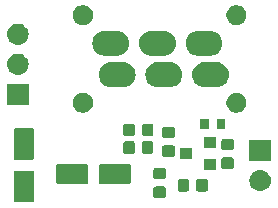
<source format=gbr>
G04 #@! TF.GenerationSoftware,KiCad,Pcbnew,(5.1.4)-1*
G04 #@! TF.CreationDate,2020-03-11T16:36:07-04:00*
G04 #@! TF.ProjectId,MicSwitchBoard,4d696353-7769-4746-9368-426f6172642e,rev?*
G04 #@! TF.SameCoordinates,Original*
G04 #@! TF.FileFunction,Soldermask,Bot*
G04 #@! TF.FilePolarity,Negative*
%FSLAX46Y46*%
G04 Gerber Fmt 4.6, Leading zero omitted, Abs format (unit mm)*
G04 Created by KiCad (PCBNEW (5.1.4)-1) date 2020-03-11 16:36:07*
%MOMM*%
%LPD*%
G04 APERTURE LIST*
%ADD10C,0.100000*%
G04 APERTURE END LIST*
D10*
G36*
X117205997Y-76953051D02*
G01*
X117239652Y-76963261D01*
X117270665Y-76979838D01*
X117297851Y-77002149D01*
X117320162Y-77029335D01*
X117336739Y-77060348D01*
X117346949Y-77094003D01*
X117351000Y-77135138D01*
X117351000Y-79464862D01*
X117346949Y-79505997D01*
X117336739Y-79539652D01*
X117320162Y-79570665D01*
X117297851Y-79597851D01*
X117270665Y-79620162D01*
X117239652Y-79636739D01*
X117205997Y-79646949D01*
X117164862Y-79651000D01*
X115835138Y-79651000D01*
X115794003Y-79646949D01*
X115760348Y-79636739D01*
X115729335Y-79620162D01*
X115702149Y-79597851D01*
X115679838Y-79570665D01*
X115663261Y-79539652D01*
X115653051Y-79505997D01*
X115649000Y-79464862D01*
X115649000Y-77135138D01*
X115653051Y-77094003D01*
X115663261Y-77060348D01*
X115679838Y-77029335D01*
X115702149Y-77002149D01*
X115729335Y-76979838D01*
X115760348Y-76963261D01*
X115794003Y-76953051D01*
X115835138Y-76949000D01*
X117164862Y-76949000D01*
X117205997Y-76953051D01*
X117205997Y-76953051D01*
G37*
G36*
X128379591Y-78303085D02*
G01*
X128413569Y-78313393D01*
X128444890Y-78330134D01*
X128472339Y-78352661D01*
X128494866Y-78380110D01*
X128511607Y-78411431D01*
X128521915Y-78445409D01*
X128526000Y-78486890D01*
X128526000Y-79088110D01*
X128521915Y-79129591D01*
X128511607Y-79163569D01*
X128494866Y-79194890D01*
X128472339Y-79222339D01*
X128444890Y-79244866D01*
X128413569Y-79261607D01*
X128379591Y-79271915D01*
X128338110Y-79276000D01*
X127661890Y-79276000D01*
X127620409Y-79271915D01*
X127586431Y-79261607D01*
X127555110Y-79244866D01*
X127527661Y-79222339D01*
X127505134Y-79194890D01*
X127488393Y-79163569D01*
X127478085Y-79129591D01*
X127474000Y-79088110D01*
X127474000Y-78486890D01*
X127478085Y-78445409D01*
X127488393Y-78411431D01*
X127505134Y-78380110D01*
X127527661Y-78352661D01*
X127555110Y-78330134D01*
X127586431Y-78313393D01*
X127620409Y-78303085D01*
X127661890Y-78299000D01*
X128338110Y-78299000D01*
X128379591Y-78303085D01*
X128379591Y-78303085D01*
G37*
G36*
X130354591Y-77678085D02*
G01*
X130388569Y-77688393D01*
X130419890Y-77705134D01*
X130447339Y-77727661D01*
X130469866Y-77755110D01*
X130486607Y-77786431D01*
X130496915Y-77820409D01*
X130501000Y-77861890D01*
X130501000Y-78538110D01*
X130496915Y-78579591D01*
X130486607Y-78613569D01*
X130469866Y-78644890D01*
X130447339Y-78672339D01*
X130419890Y-78694866D01*
X130388569Y-78711607D01*
X130354591Y-78721915D01*
X130313110Y-78726000D01*
X129711890Y-78726000D01*
X129670409Y-78721915D01*
X129636431Y-78711607D01*
X129605110Y-78694866D01*
X129577661Y-78672339D01*
X129555134Y-78644890D01*
X129538393Y-78613569D01*
X129528085Y-78579591D01*
X129524000Y-78538110D01*
X129524000Y-77861890D01*
X129528085Y-77820409D01*
X129538393Y-77786431D01*
X129555134Y-77755110D01*
X129577661Y-77727661D01*
X129605110Y-77705134D01*
X129636431Y-77688393D01*
X129670409Y-77678085D01*
X129711890Y-77674000D01*
X130313110Y-77674000D01*
X130354591Y-77678085D01*
X130354591Y-77678085D01*
G37*
G36*
X131929591Y-77678085D02*
G01*
X131963569Y-77688393D01*
X131994890Y-77705134D01*
X132022339Y-77727661D01*
X132044866Y-77755110D01*
X132061607Y-77786431D01*
X132071915Y-77820409D01*
X132076000Y-77861890D01*
X132076000Y-78538110D01*
X132071915Y-78579591D01*
X132061607Y-78613569D01*
X132044866Y-78644890D01*
X132022339Y-78672339D01*
X131994890Y-78694866D01*
X131963569Y-78711607D01*
X131929591Y-78721915D01*
X131888110Y-78726000D01*
X131286890Y-78726000D01*
X131245409Y-78721915D01*
X131211431Y-78711607D01*
X131180110Y-78694866D01*
X131152661Y-78672339D01*
X131130134Y-78644890D01*
X131113393Y-78613569D01*
X131103085Y-78579591D01*
X131099000Y-78538110D01*
X131099000Y-77861890D01*
X131103085Y-77820409D01*
X131113393Y-77786431D01*
X131130134Y-77755110D01*
X131152661Y-77727661D01*
X131180110Y-77705134D01*
X131211431Y-77688393D01*
X131245409Y-77678085D01*
X131286890Y-77674000D01*
X131888110Y-77674000D01*
X131929591Y-77678085D01*
X131929591Y-77678085D01*
G37*
G36*
X136610443Y-76895519D02*
G01*
X136676627Y-76902037D01*
X136846466Y-76953557D01*
X136846468Y-76953558D01*
X136875812Y-76969243D01*
X137002991Y-77037222D01*
X137031170Y-77060348D01*
X137140186Y-77149814D01*
X137193630Y-77214937D01*
X137252778Y-77287009D01*
X137336443Y-77443534D01*
X137387963Y-77613373D01*
X137405359Y-77790000D01*
X137387963Y-77966627D01*
X137336443Y-78136466D01*
X137252778Y-78292991D01*
X137244494Y-78303085D01*
X137140186Y-78430186D01*
X137038729Y-78513448D01*
X137002991Y-78542778D01*
X136846466Y-78626443D01*
X136676627Y-78677963D01*
X136610443Y-78684481D01*
X136544260Y-78691000D01*
X136455740Y-78691000D01*
X136389557Y-78684481D01*
X136323373Y-78677963D01*
X136153534Y-78626443D01*
X135997009Y-78542778D01*
X135961271Y-78513448D01*
X135859814Y-78430186D01*
X135755506Y-78303085D01*
X135747222Y-78292991D01*
X135663557Y-78136466D01*
X135612037Y-77966627D01*
X135594641Y-77790000D01*
X135612037Y-77613373D01*
X135663557Y-77443534D01*
X135747222Y-77287009D01*
X135806370Y-77214937D01*
X135859814Y-77149814D01*
X135968830Y-77060348D01*
X135997009Y-77037222D01*
X136124188Y-76969243D01*
X136153532Y-76953558D01*
X136153534Y-76953557D01*
X136323373Y-76902037D01*
X136389557Y-76895519D01*
X136455740Y-76889000D01*
X136544260Y-76889000D01*
X136610443Y-76895519D01*
X136610443Y-76895519D01*
G37*
G36*
X125405997Y-76403051D02*
G01*
X125439652Y-76413261D01*
X125470665Y-76429838D01*
X125497851Y-76452149D01*
X125520162Y-76479335D01*
X125536739Y-76510348D01*
X125546949Y-76544003D01*
X125551000Y-76585138D01*
X125551000Y-77914862D01*
X125546949Y-77955997D01*
X125536739Y-77989652D01*
X125520162Y-78020665D01*
X125497851Y-78047851D01*
X125470665Y-78070162D01*
X125439652Y-78086739D01*
X125405997Y-78096949D01*
X125364862Y-78101000D01*
X123035138Y-78101000D01*
X122994003Y-78096949D01*
X122960348Y-78086739D01*
X122929335Y-78070162D01*
X122902149Y-78047851D01*
X122879838Y-78020665D01*
X122863261Y-77989652D01*
X122853051Y-77955997D01*
X122849000Y-77914862D01*
X122849000Y-76585138D01*
X122853051Y-76544003D01*
X122863261Y-76510348D01*
X122879838Y-76479335D01*
X122902149Y-76452149D01*
X122929335Y-76429838D01*
X122960348Y-76413261D01*
X122994003Y-76403051D01*
X123035138Y-76399000D01*
X125364862Y-76399000D01*
X125405997Y-76403051D01*
X125405997Y-76403051D01*
G37*
G36*
X121805997Y-76403051D02*
G01*
X121839652Y-76413261D01*
X121870665Y-76429838D01*
X121897851Y-76452149D01*
X121920162Y-76479335D01*
X121936739Y-76510348D01*
X121946949Y-76544003D01*
X121951000Y-76585138D01*
X121951000Y-77914862D01*
X121946949Y-77955997D01*
X121936739Y-77989652D01*
X121920162Y-78020665D01*
X121897851Y-78047851D01*
X121870665Y-78070162D01*
X121839652Y-78086739D01*
X121805997Y-78096949D01*
X121764862Y-78101000D01*
X119435138Y-78101000D01*
X119394003Y-78096949D01*
X119360348Y-78086739D01*
X119329335Y-78070162D01*
X119302149Y-78047851D01*
X119279838Y-78020665D01*
X119263261Y-77989652D01*
X119253051Y-77955997D01*
X119249000Y-77914862D01*
X119249000Y-76585138D01*
X119253051Y-76544003D01*
X119263261Y-76510348D01*
X119279838Y-76479335D01*
X119302149Y-76452149D01*
X119329335Y-76429838D01*
X119360348Y-76413261D01*
X119394003Y-76403051D01*
X119435138Y-76399000D01*
X121764862Y-76399000D01*
X121805997Y-76403051D01*
X121805997Y-76403051D01*
G37*
G36*
X128379591Y-76728085D02*
G01*
X128413569Y-76738393D01*
X128444890Y-76755134D01*
X128472339Y-76777661D01*
X128494866Y-76805110D01*
X128511607Y-76836431D01*
X128521915Y-76870409D01*
X128526000Y-76911890D01*
X128526000Y-77513110D01*
X128521915Y-77554591D01*
X128511607Y-77588569D01*
X128494866Y-77619890D01*
X128472339Y-77647339D01*
X128444890Y-77669866D01*
X128413569Y-77686607D01*
X128379591Y-77696915D01*
X128338110Y-77701000D01*
X127661890Y-77701000D01*
X127620409Y-77696915D01*
X127586431Y-77686607D01*
X127555110Y-77669866D01*
X127527661Y-77647339D01*
X127505134Y-77619890D01*
X127488393Y-77588569D01*
X127478085Y-77554591D01*
X127474000Y-77513110D01*
X127474000Y-76911890D01*
X127478085Y-76870409D01*
X127488393Y-76836431D01*
X127505134Y-76805110D01*
X127527661Y-76777661D01*
X127555110Y-76755134D01*
X127586431Y-76738393D01*
X127620409Y-76728085D01*
X127661890Y-76724000D01*
X128338110Y-76724000D01*
X128379591Y-76728085D01*
X128379591Y-76728085D01*
G37*
G36*
X132751000Y-76901000D02*
G01*
X131749000Y-76901000D01*
X131749000Y-75999000D01*
X132751000Y-75999000D01*
X132751000Y-76901000D01*
X132751000Y-76901000D01*
G37*
G36*
X134129591Y-75840585D02*
G01*
X134163569Y-75850893D01*
X134194890Y-75867634D01*
X134222339Y-75890161D01*
X134244866Y-75917610D01*
X134261607Y-75948931D01*
X134271915Y-75982909D01*
X134276000Y-76024390D01*
X134276000Y-76625610D01*
X134271915Y-76667091D01*
X134261607Y-76701069D01*
X134244866Y-76732390D01*
X134222339Y-76759839D01*
X134194890Y-76782366D01*
X134163569Y-76799107D01*
X134129591Y-76809415D01*
X134088110Y-76813500D01*
X133411890Y-76813500D01*
X133370409Y-76809415D01*
X133336431Y-76799107D01*
X133305110Y-76782366D01*
X133277661Y-76759839D01*
X133255134Y-76732390D01*
X133238393Y-76701069D01*
X133228085Y-76667091D01*
X133224000Y-76625610D01*
X133224000Y-76024390D01*
X133228085Y-75982909D01*
X133238393Y-75948931D01*
X133255134Y-75917610D01*
X133277661Y-75890161D01*
X133305110Y-75867634D01*
X133336431Y-75850893D01*
X133370409Y-75840585D01*
X133411890Y-75836500D01*
X134088110Y-75836500D01*
X134129591Y-75840585D01*
X134129591Y-75840585D01*
G37*
G36*
X137401000Y-76151000D02*
G01*
X135599000Y-76151000D01*
X135599000Y-74349000D01*
X137401000Y-74349000D01*
X137401000Y-76151000D01*
X137401000Y-76151000D01*
G37*
G36*
X117205997Y-73353051D02*
G01*
X117239652Y-73363261D01*
X117270665Y-73379838D01*
X117297851Y-73402149D01*
X117320162Y-73429335D01*
X117336739Y-73460348D01*
X117346949Y-73494003D01*
X117351000Y-73535138D01*
X117351000Y-75864862D01*
X117346949Y-75905997D01*
X117336739Y-75939652D01*
X117320162Y-75970665D01*
X117297851Y-75997851D01*
X117270665Y-76020162D01*
X117239652Y-76036739D01*
X117205997Y-76046949D01*
X117164862Y-76051000D01*
X115835138Y-76051000D01*
X115794003Y-76046949D01*
X115760348Y-76036739D01*
X115729335Y-76020162D01*
X115702149Y-75997851D01*
X115679838Y-75970665D01*
X115663261Y-75939652D01*
X115653051Y-75905997D01*
X115649000Y-75864862D01*
X115649000Y-73535138D01*
X115653051Y-73494003D01*
X115663261Y-73460348D01*
X115679838Y-73429335D01*
X115702149Y-73402149D01*
X115729335Y-73379838D01*
X115760348Y-73363261D01*
X115794003Y-73353051D01*
X115835138Y-73349000D01*
X117164862Y-73349000D01*
X117205997Y-73353051D01*
X117205997Y-73353051D01*
G37*
G36*
X130751000Y-75951000D02*
G01*
X129749000Y-75951000D01*
X129749000Y-75049000D01*
X130751000Y-75049000D01*
X130751000Y-75951000D01*
X130751000Y-75951000D01*
G37*
G36*
X129129591Y-74803085D02*
G01*
X129163569Y-74813393D01*
X129194890Y-74830134D01*
X129222339Y-74852661D01*
X129244866Y-74880110D01*
X129261607Y-74911431D01*
X129271915Y-74945409D01*
X129276000Y-74986890D01*
X129276000Y-75588110D01*
X129271915Y-75629591D01*
X129261607Y-75663569D01*
X129244866Y-75694890D01*
X129222339Y-75722339D01*
X129194890Y-75744866D01*
X129163569Y-75761607D01*
X129129591Y-75771915D01*
X129088110Y-75776000D01*
X128411890Y-75776000D01*
X128370409Y-75771915D01*
X128336431Y-75761607D01*
X128305110Y-75744866D01*
X128277661Y-75722339D01*
X128255134Y-75694890D01*
X128238393Y-75663569D01*
X128228085Y-75629591D01*
X128224000Y-75588110D01*
X128224000Y-74986890D01*
X128228085Y-74945409D01*
X128238393Y-74911431D01*
X128255134Y-74880110D01*
X128277661Y-74852661D01*
X128305110Y-74830134D01*
X128336431Y-74813393D01*
X128370409Y-74803085D01*
X128411890Y-74799000D01*
X129088110Y-74799000D01*
X129129591Y-74803085D01*
X129129591Y-74803085D01*
G37*
G36*
X125754591Y-74478085D02*
G01*
X125788569Y-74488393D01*
X125819890Y-74505134D01*
X125847339Y-74527661D01*
X125869866Y-74555110D01*
X125886607Y-74586431D01*
X125896915Y-74620409D01*
X125901000Y-74661890D01*
X125901000Y-75338110D01*
X125896915Y-75379591D01*
X125886607Y-75413569D01*
X125869866Y-75444890D01*
X125847339Y-75472339D01*
X125819890Y-75494866D01*
X125788569Y-75511607D01*
X125754591Y-75521915D01*
X125713110Y-75526000D01*
X125111890Y-75526000D01*
X125070409Y-75521915D01*
X125036431Y-75511607D01*
X125005110Y-75494866D01*
X124977661Y-75472339D01*
X124955134Y-75444890D01*
X124938393Y-75413569D01*
X124928085Y-75379591D01*
X124924000Y-75338110D01*
X124924000Y-74661890D01*
X124928085Y-74620409D01*
X124938393Y-74586431D01*
X124955134Y-74555110D01*
X124977661Y-74527661D01*
X125005110Y-74505134D01*
X125036431Y-74488393D01*
X125070409Y-74478085D01*
X125111890Y-74474000D01*
X125713110Y-74474000D01*
X125754591Y-74478085D01*
X125754591Y-74478085D01*
G37*
G36*
X127329591Y-74478085D02*
G01*
X127363569Y-74488393D01*
X127394890Y-74505134D01*
X127422339Y-74527661D01*
X127444866Y-74555110D01*
X127461607Y-74586431D01*
X127471915Y-74620409D01*
X127476000Y-74661890D01*
X127476000Y-75338110D01*
X127471915Y-75379591D01*
X127461607Y-75413569D01*
X127444866Y-75444890D01*
X127422339Y-75472339D01*
X127394890Y-75494866D01*
X127363569Y-75511607D01*
X127329591Y-75521915D01*
X127288110Y-75526000D01*
X126686890Y-75526000D01*
X126645409Y-75521915D01*
X126611431Y-75511607D01*
X126580110Y-75494866D01*
X126552661Y-75472339D01*
X126530134Y-75444890D01*
X126513393Y-75413569D01*
X126503085Y-75379591D01*
X126499000Y-75338110D01*
X126499000Y-74661890D01*
X126503085Y-74620409D01*
X126513393Y-74586431D01*
X126530134Y-74555110D01*
X126552661Y-74527661D01*
X126580110Y-74505134D01*
X126611431Y-74488393D01*
X126645409Y-74478085D01*
X126686890Y-74474000D01*
X127288110Y-74474000D01*
X127329591Y-74478085D01*
X127329591Y-74478085D01*
G37*
G36*
X134129591Y-74265585D02*
G01*
X134163569Y-74275893D01*
X134194890Y-74292634D01*
X134222339Y-74315161D01*
X134244866Y-74342610D01*
X134261607Y-74373931D01*
X134271915Y-74407909D01*
X134276000Y-74449390D01*
X134276000Y-75050610D01*
X134271915Y-75092091D01*
X134261607Y-75126069D01*
X134244866Y-75157390D01*
X134222339Y-75184839D01*
X134194890Y-75207366D01*
X134163569Y-75224107D01*
X134129591Y-75234415D01*
X134088110Y-75238500D01*
X133411890Y-75238500D01*
X133370409Y-75234415D01*
X133336431Y-75224107D01*
X133305110Y-75207366D01*
X133277661Y-75184839D01*
X133255134Y-75157390D01*
X133238393Y-75126069D01*
X133228085Y-75092091D01*
X133224000Y-75050610D01*
X133224000Y-74449390D01*
X133228085Y-74407909D01*
X133238393Y-74373931D01*
X133255134Y-74342610D01*
X133277661Y-74315161D01*
X133305110Y-74292634D01*
X133336431Y-74275893D01*
X133370409Y-74265585D01*
X133411890Y-74261500D01*
X134088110Y-74261500D01*
X134129591Y-74265585D01*
X134129591Y-74265585D01*
G37*
G36*
X132751000Y-75001000D02*
G01*
X131749000Y-75001000D01*
X131749000Y-74099000D01*
X132751000Y-74099000D01*
X132751000Y-75001000D01*
X132751000Y-75001000D01*
G37*
G36*
X129129591Y-73228085D02*
G01*
X129163569Y-73238393D01*
X129194890Y-73255134D01*
X129222339Y-73277661D01*
X129244866Y-73305110D01*
X129261607Y-73336431D01*
X129271915Y-73370409D01*
X129276000Y-73411890D01*
X129276000Y-74013110D01*
X129271915Y-74054591D01*
X129261607Y-74088569D01*
X129244866Y-74119890D01*
X129222339Y-74147339D01*
X129194890Y-74169866D01*
X129163569Y-74186607D01*
X129129591Y-74196915D01*
X129088110Y-74201000D01*
X128411890Y-74201000D01*
X128370409Y-74196915D01*
X128336431Y-74186607D01*
X128305110Y-74169866D01*
X128277661Y-74147339D01*
X128255134Y-74119890D01*
X128238393Y-74088569D01*
X128228085Y-74054591D01*
X128224000Y-74013110D01*
X128224000Y-73411890D01*
X128228085Y-73370409D01*
X128238393Y-73336431D01*
X128255134Y-73305110D01*
X128277661Y-73277661D01*
X128305110Y-73255134D01*
X128336431Y-73238393D01*
X128370409Y-73228085D01*
X128411890Y-73224000D01*
X129088110Y-73224000D01*
X129129591Y-73228085D01*
X129129591Y-73228085D01*
G37*
G36*
X127329591Y-72978085D02*
G01*
X127363569Y-72988393D01*
X127394890Y-73005134D01*
X127422339Y-73027661D01*
X127444866Y-73055110D01*
X127461607Y-73086431D01*
X127471915Y-73120409D01*
X127476000Y-73161890D01*
X127476000Y-73838110D01*
X127471915Y-73879591D01*
X127461607Y-73913569D01*
X127444866Y-73944890D01*
X127422339Y-73972339D01*
X127394890Y-73994866D01*
X127363569Y-74011607D01*
X127329591Y-74021915D01*
X127288110Y-74026000D01*
X126686890Y-74026000D01*
X126645409Y-74021915D01*
X126611431Y-74011607D01*
X126580110Y-73994866D01*
X126552661Y-73972339D01*
X126530134Y-73944890D01*
X126513393Y-73913569D01*
X126503085Y-73879591D01*
X126499000Y-73838110D01*
X126499000Y-73161890D01*
X126503085Y-73120409D01*
X126513393Y-73086431D01*
X126530134Y-73055110D01*
X126552661Y-73027661D01*
X126580110Y-73005134D01*
X126611431Y-72988393D01*
X126645409Y-72978085D01*
X126686890Y-72974000D01*
X127288110Y-72974000D01*
X127329591Y-72978085D01*
X127329591Y-72978085D01*
G37*
G36*
X125754591Y-72978085D02*
G01*
X125788569Y-72988393D01*
X125819890Y-73005134D01*
X125847339Y-73027661D01*
X125869866Y-73055110D01*
X125886607Y-73086431D01*
X125896915Y-73120409D01*
X125901000Y-73161890D01*
X125901000Y-73838110D01*
X125896915Y-73879591D01*
X125886607Y-73913569D01*
X125869866Y-73944890D01*
X125847339Y-73972339D01*
X125819890Y-73994866D01*
X125788569Y-74011607D01*
X125754591Y-74021915D01*
X125713110Y-74026000D01*
X125111890Y-74026000D01*
X125070409Y-74021915D01*
X125036431Y-74011607D01*
X125005110Y-73994866D01*
X124977661Y-73972339D01*
X124955134Y-73944890D01*
X124938393Y-73913569D01*
X124928085Y-73879591D01*
X124924000Y-73838110D01*
X124924000Y-73161890D01*
X124928085Y-73120409D01*
X124938393Y-73086431D01*
X124955134Y-73055110D01*
X124977661Y-73027661D01*
X125005110Y-73005134D01*
X125036431Y-72988393D01*
X125070409Y-72978085D01*
X125111890Y-72974000D01*
X125713110Y-72974000D01*
X125754591Y-72978085D01*
X125754591Y-72978085D01*
G37*
G36*
X132151000Y-73401000D02*
G01*
X131449000Y-73401000D01*
X131449000Y-72599000D01*
X132151000Y-72599000D01*
X132151000Y-73401000D01*
X132151000Y-73401000D01*
G37*
G36*
X133551000Y-73401000D02*
G01*
X132849000Y-73401000D01*
X132849000Y-72599000D01*
X133551000Y-72599000D01*
X133551000Y-73401000D01*
X133551000Y-73401000D01*
G37*
G36*
X134748228Y-70381703D02*
G01*
X134903100Y-70445853D01*
X135042481Y-70538985D01*
X135161015Y-70657519D01*
X135254147Y-70796900D01*
X135318297Y-70951772D01*
X135351000Y-71116184D01*
X135351000Y-71283816D01*
X135318297Y-71448228D01*
X135254147Y-71603100D01*
X135161015Y-71742481D01*
X135042481Y-71861015D01*
X134903100Y-71954147D01*
X134748228Y-72018297D01*
X134583816Y-72051000D01*
X134416184Y-72051000D01*
X134251772Y-72018297D01*
X134096900Y-71954147D01*
X133957519Y-71861015D01*
X133838985Y-71742481D01*
X133745853Y-71603100D01*
X133681703Y-71448228D01*
X133649000Y-71283816D01*
X133649000Y-71116184D01*
X133681703Y-70951772D01*
X133745853Y-70796900D01*
X133838985Y-70657519D01*
X133957519Y-70538985D01*
X134096900Y-70445853D01*
X134251772Y-70381703D01*
X134416184Y-70349000D01*
X134583816Y-70349000D01*
X134748228Y-70381703D01*
X134748228Y-70381703D01*
G37*
G36*
X121748228Y-70381703D02*
G01*
X121903100Y-70445853D01*
X122042481Y-70538985D01*
X122161015Y-70657519D01*
X122254147Y-70796900D01*
X122318297Y-70951772D01*
X122351000Y-71116184D01*
X122351000Y-71283816D01*
X122318297Y-71448228D01*
X122254147Y-71603100D01*
X122161015Y-71742481D01*
X122042481Y-71861015D01*
X121903100Y-71954147D01*
X121748228Y-72018297D01*
X121583816Y-72051000D01*
X121416184Y-72051000D01*
X121251772Y-72018297D01*
X121096900Y-71954147D01*
X120957519Y-71861015D01*
X120838985Y-71742481D01*
X120745853Y-71603100D01*
X120681703Y-71448228D01*
X120649000Y-71283816D01*
X120649000Y-71116184D01*
X120681703Y-70951772D01*
X120745853Y-70796900D01*
X120838985Y-70657519D01*
X120957519Y-70538985D01*
X121096900Y-70445853D01*
X121251772Y-70381703D01*
X121416184Y-70349000D01*
X121583816Y-70349000D01*
X121748228Y-70381703D01*
X121748228Y-70381703D01*
G37*
G36*
X116901000Y-71401000D02*
G01*
X115099000Y-71401000D01*
X115099000Y-69599000D01*
X116901000Y-69599000D01*
X116901000Y-71401000D01*
X116901000Y-71401000D01*
G37*
G36*
X132903097Y-67789069D02*
G01*
X133006032Y-67799207D01*
X133204146Y-67859305D01*
X133204149Y-67859306D01*
X133300975Y-67911061D01*
X133386729Y-67956897D01*
X133546765Y-68088235D01*
X133678103Y-68248271D01*
X133709210Y-68306468D01*
X133775694Y-68430851D01*
X133775695Y-68430854D01*
X133835793Y-68628968D01*
X133856085Y-68835000D01*
X133835793Y-69041032D01*
X133775695Y-69239146D01*
X133775694Y-69239149D01*
X133723939Y-69335975D01*
X133678103Y-69421729D01*
X133546765Y-69581765D01*
X133386729Y-69713103D01*
X133300975Y-69758939D01*
X133204149Y-69810694D01*
X133204146Y-69810695D01*
X133006032Y-69870793D01*
X132903097Y-69880931D01*
X132851631Y-69886000D01*
X131748369Y-69886000D01*
X131696903Y-69880931D01*
X131593968Y-69870793D01*
X131395854Y-69810695D01*
X131395851Y-69810694D01*
X131299025Y-69758939D01*
X131213271Y-69713103D01*
X131053235Y-69581765D01*
X130921897Y-69421729D01*
X130876061Y-69335975D01*
X130824306Y-69239149D01*
X130824305Y-69239146D01*
X130764207Y-69041032D01*
X130743915Y-68835000D01*
X130764207Y-68628968D01*
X130824305Y-68430854D01*
X130824306Y-68430851D01*
X130890790Y-68306468D01*
X130921897Y-68248271D01*
X131053235Y-68088235D01*
X131213271Y-67956897D01*
X131299025Y-67911061D01*
X131395851Y-67859306D01*
X131395854Y-67859305D01*
X131593968Y-67799207D01*
X131696903Y-67789069D01*
X131748369Y-67784000D01*
X132851631Y-67784000D01*
X132903097Y-67789069D01*
X132903097Y-67789069D01*
G37*
G36*
X128953097Y-67789069D02*
G01*
X129056032Y-67799207D01*
X129254146Y-67859305D01*
X129254149Y-67859306D01*
X129350975Y-67911061D01*
X129436729Y-67956897D01*
X129596765Y-68088235D01*
X129728103Y-68248271D01*
X129759210Y-68306468D01*
X129825694Y-68430851D01*
X129825695Y-68430854D01*
X129885793Y-68628968D01*
X129906085Y-68835000D01*
X129885793Y-69041032D01*
X129825695Y-69239146D01*
X129825694Y-69239149D01*
X129773939Y-69335975D01*
X129728103Y-69421729D01*
X129596765Y-69581765D01*
X129436729Y-69713103D01*
X129350975Y-69758939D01*
X129254149Y-69810694D01*
X129254146Y-69810695D01*
X129056032Y-69870793D01*
X128953097Y-69880931D01*
X128901631Y-69886000D01*
X127798369Y-69886000D01*
X127746903Y-69880931D01*
X127643968Y-69870793D01*
X127445854Y-69810695D01*
X127445851Y-69810694D01*
X127349025Y-69758939D01*
X127263271Y-69713103D01*
X127103235Y-69581765D01*
X126971897Y-69421729D01*
X126926061Y-69335975D01*
X126874306Y-69239149D01*
X126874305Y-69239146D01*
X126814207Y-69041032D01*
X126793915Y-68835000D01*
X126814207Y-68628968D01*
X126874305Y-68430854D01*
X126874306Y-68430851D01*
X126940790Y-68306468D01*
X126971897Y-68248271D01*
X127103235Y-68088235D01*
X127263271Y-67956897D01*
X127349025Y-67911061D01*
X127445851Y-67859306D01*
X127445854Y-67859305D01*
X127643968Y-67799207D01*
X127746903Y-67789069D01*
X127798369Y-67784000D01*
X128901631Y-67784000D01*
X128953097Y-67789069D01*
X128953097Y-67789069D01*
G37*
G36*
X125003097Y-67789069D02*
G01*
X125106032Y-67799207D01*
X125304146Y-67859305D01*
X125304149Y-67859306D01*
X125400975Y-67911061D01*
X125486729Y-67956897D01*
X125646765Y-68088235D01*
X125778103Y-68248271D01*
X125809210Y-68306468D01*
X125875694Y-68430851D01*
X125875695Y-68430854D01*
X125935793Y-68628968D01*
X125956085Y-68835000D01*
X125935793Y-69041032D01*
X125875695Y-69239146D01*
X125875694Y-69239149D01*
X125823939Y-69335975D01*
X125778103Y-69421729D01*
X125646765Y-69581765D01*
X125486729Y-69713103D01*
X125400975Y-69758939D01*
X125304149Y-69810694D01*
X125304146Y-69810695D01*
X125106032Y-69870793D01*
X125003097Y-69880931D01*
X124951631Y-69886000D01*
X123848369Y-69886000D01*
X123796903Y-69880931D01*
X123693968Y-69870793D01*
X123495854Y-69810695D01*
X123495851Y-69810694D01*
X123399025Y-69758939D01*
X123313271Y-69713103D01*
X123153235Y-69581765D01*
X123021897Y-69421729D01*
X122976061Y-69335975D01*
X122924306Y-69239149D01*
X122924305Y-69239146D01*
X122864207Y-69041032D01*
X122843915Y-68835000D01*
X122864207Y-68628968D01*
X122924305Y-68430854D01*
X122924306Y-68430851D01*
X122990790Y-68306468D01*
X123021897Y-68248271D01*
X123153235Y-68088235D01*
X123313271Y-67956897D01*
X123399025Y-67911061D01*
X123495851Y-67859306D01*
X123495854Y-67859305D01*
X123693968Y-67799207D01*
X123796903Y-67789069D01*
X123848369Y-67784000D01*
X124951631Y-67784000D01*
X125003097Y-67789069D01*
X125003097Y-67789069D01*
G37*
G36*
X116110442Y-67065518D02*
G01*
X116176627Y-67072037D01*
X116346466Y-67123557D01*
X116502991Y-67207222D01*
X116538729Y-67236552D01*
X116640186Y-67319814D01*
X116723448Y-67421271D01*
X116752778Y-67457009D01*
X116836443Y-67613534D01*
X116887963Y-67783373D01*
X116905359Y-67960000D01*
X116887963Y-68136627D01*
X116836443Y-68306466D01*
X116752778Y-68462991D01*
X116723448Y-68498729D01*
X116640186Y-68600186D01*
X116538729Y-68683448D01*
X116502991Y-68712778D01*
X116346466Y-68796443D01*
X116176627Y-68847963D01*
X116110442Y-68854482D01*
X116044260Y-68861000D01*
X115955740Y-68861000D01*
X115889558Y-68854482D01*
X115823373Y-68847963D01*
X115653534Y-68796443D01*
X115497009Y-68712778D01*
X115461271Y-68683448D01*
X115359814Y-68600186D01*
X115276552Y-68498729D01*
X115247222Y-68462991D01*
X115163557Y-68306466D01*
X115112037Y-68136627D01*
X115094641Y-67960000D01*
X115112037Y-67783373D01*
X115163557Y-67613534D01*
X115247222Y-67457009D01*
X115276552Y-67421271D01*
X115359814Y-67319814D01*
X115461271Y-67236552D01*
X115497009Y-67207222D01*
X115653534Y-67123557D01*
X115823373Y-67072037D01*
X115889558Y-67065518D01*
X115955740Y-67059000D01*
X116044260Y-67059000D01*
X116110442Y-67065518D01*
X116110442Y-67065518D01*
G37*
G36*
X132363097Y-65119069D02*
G01*
X132466032Y-65129207D01*
X132664146Y-65189305D01*
X132664149Y-65189306D01*
X132760975Y-65241061D01*
X132846729Y-65286897D01*
X133006765Y-65418235D01*
X133138103Y-65578271D01*
X133147913Y-65596625D01*
X133235694Y-65760851D01*
X133235695Y-65760854D01*
X133295793Y-65958968D01*
X133316085Y-66165000D01*
X133295793Y-66371032D01*
X133235695Y-66569146D01*
X133235694Y-66569149D01*
X133183939Y-66665975D01*
X133138103Y-66751729D01*
X133006765Y-66911765D01*
X132846729Y-67043103D01*
X132792597Y-67072037D01*
X132664149Y-67140694D01*
X132664146Y-67140695D01*
X132466032Y-67200793D01*
X132363097Y-67210931D01*
X132311631Y-67216000D01*
X131208369Y-67216000D01*
X131156903Y-67210931D01*
X131053968Y-67200793D01*
X130855854Y-67140695D01*
X130855851Y-67140694D01*
X130727403Y-67072037D01*
X130673271Y-67043103D01*
X130513235Y-66911765D01*
X130381897Y-66751729D01*
X130336061Y-66665975D01*
X130284306Y-66569149D01*
X130284305Y-66569146D01*
X130224207Y-66371032D01*
X130203915Y-66165000D01*
X130224207Y-65958968D01*
X130284305Y-65760854D01*
X130284306Y-65760851D01*
X130372087Y-65596625D01*
X130381897Y-65578271D01*
X130513235Y-65418235D01*
X130673271Y-65286897D01*
X130759025Y-65241061D01*
X130855851Y-65189306D01*
X130855854Y-65189305D01*
X131053968Y-65129207D01*
X131156903Y-65119069D01*
X131208369Y-65114000D01*
X132311631Y-65114000D01*
X132363097Y-65119069D01*
X132363097Y-65119069D01*
G37*
G36*
X128413097Y-65119069D02*
G01*
X128516032Y-65129207D01*
X128714146Y-65189305D01*
X128714149Y-65189306D01*
X128810975Y-65241061D01*
X128896729Y-65286897D01*
X129056765Y-65418235D01*
X129188103Y-65578271D01*
X129197913Y-65596625D01*
X129285694Y-65760851D01*
X129285695Y-65760854D01*
X129345793Y-65958968D01*
X129366085Y-66165000D01*
X129345793Y-66371032D01*
X129285695Y-66569146D01*
X129285694Y-66569149D01*
X129233939Y-66665975D01*
X129188103Y-66751729D01*
X129056765Y-66911765D01*
X128896729Y-67043103D01*
X128842597Y-67072037D01*
X128714149Y-67140694D01*
X128714146Y-67140695D01*
X128516032Y-67200793D01*
X128413097Y-67210931D01*
X128361631Y-67216000D01*
X127258369Y-67216000D01*
X127206903Y-67210931D01*
X127103968Y-67200793D01*
X126905854Y-67140695D01*
X126905851Y-67140694D01*
X126777403Y-67072037D01*
X126723271Y-67043103D01*
X126563235Y-66911765D01*
X126431897Y-66751729D01*
X126386061Y-66665975D01*
X126334306Y-66569149D01*
X126334305Y-66569146D01*
X126274207Y-66371032D01*
X126253915Y-66165000D01*
X126274207Y-65958968D01*
X126334305Y-65760854D01*
X126334306Y-65760851D01*
X126422087Y-65596625D01*
X126431897Y-65578271D01*
X126563235Y-65418235D01*
X126723271Y-65286897D01*
X126809025Y-65241061D01*
X126905851Y-65189306D01*
X126905854Y-65189305D01*
X127103968Y-65129207D01*
X127206903Y-65119069D01*
X127258369Y-65114000D01*
X128361631Y-65114000D01*
X128413097Y-65119069D01*
X128413097Y-65119069D01*
G37*
G36*
X124463097Y-65119069D02*
G01*
X124566032Y-65129207D01*
X124764146Y-65189305D01*
X124764149Y-65189306D01*
X124860975Y-65241061D01*
X124946729Y-65286897D01*
X125106765Y-65418235D01*
X125238103Y-65578271D01*
X125247913Y-65596625D01*
X125335694Y-65760851D01*
X125335695Y-65760854D01*
X125395793Y-65958968D01*
X125416085Y-66165000D01*
X125395793Y-66371032D01*
X125335695Y-66569146D01*
X125335694Y-66569149D01*
X125283939Y-66665975D01*
X125238103Y-66751729D01*
X125106765Y-66911765D01*
X124946729Y-67043103D01*
X124892597Y-67072037D01*
X124764149Y-67140694D01*
X124764146Y-67140695D01*
X124566032Y-67200793D01*
X124463097Y-67210931D01*
X124411631Y-67216000D01*
X123308369Y-67216000D01*
X123256903Y-67210931D01*
X123153968Y-67200793D01*
X122955854Y-67140695D01*
X122955851Y-67140694D01*
X122827403Y-67072037D01*
X122773271Y-67043103D01*
X122613235Y-66911765D01*
X122481897Y-66751729D01*
X122436061Y-66665975D01*
X122384306Y-66569149D01*
X122384305Y-66569146D01*
X122324207Y-66371032D01*
X122303915Y-66165000D01*
X122324207Y-65958968D01*
X122384305Y-65760854D01*
X122384306Y-65760851D01*
X122472087Y-65596625D01*
X122481897Y-65578271D01*
X122613235Y-65418235D01*
X122773271Y-65286897D01*
X122859025Y-65241061D01*
X122955851Y-65189306D01*
X122955854Y-65189305D01*
X123153968Y-65129207D01*
X123256903Y-65119069D01*
X123308369Y-65114000D01*
X124411631Y-65114000D01*
X124463097Y-65119069D01*
X124463097Y-65119069D01*
G37*
G36*
X116110443Y-64525519D02*
G01*
X116176627Y-64532037D01*
X116346466Y-64583557D01*
X116502991Y-64667222D01*
X116538729Y-64696552D01*
X116640186Y-64779814D01*
X116723448Y-64881271D01*
X116752778Y-64917009D01*
X116836443Y-65073534D01*
X116887963Y-65243373D01*
X116905359Y-65420000D01*
X116887963Y-65596627D01*
X116836443Y-65766466D01*
X116752778Y-65922991D01*
X116723448Y-65958729D01*
X116640186Y-66060186D01*
X116538729Y-66143448D01*
X116502991Y-66172778D01*
X116346466Y-66256443D01*
X116176627Y-66307963D01*
X116110443Y-66314481D01*
X116044260Y-66321000D01*
X115955740Y-66321000D01*
X115889557Y-66314481D01*
X115823373Y-66307963D01*
X115653534Y-66256443D01*
X115497009Y-66172778D01*
X115461271Y-66143448D01*
X115359814Y-66060186D01*
X115276552Y-65958729D01*
X115247222Y-65922991D01*
X115163557Y-65766466D01*
X115112037Y-65596627D01*
X115094641Y-65420000D01*
X115112037Y-65243373D01*
X115163557Y-65073534D01*
X115247222Y-64917009D01*
X115276552Y-64881271D01*
X115359814Y-64779814D01*
X115461271Y-64696552D01*
X115497009Y-64667222D01*
X115653534Y-64583557D01*
X115823373Y-64532037D01*
X115889557Y-64525519D01*
X115955740Y-64519000D01*
X116044260Y-64519000D01*
X116110443Y-64525519D01*
X116110443Y-64525519D01*
G37*
G36*
X121748228Y-62981703D02*
G01*
X121903100Y-63045853D01*
X122042481Y-63138985D01*
X122161015Y-63257519D01*
X122254147Y-63396900D01*
X122318297Y-63551772D01*
X122351000Y-63716184D01*
X122351000Y-63883816D01*
X122318297Y-64048228D01*
X122254147Y-64203100D01*
X122161015Y-64342481D01*
X122042481Y-64461015D01*
X121903100Y-64554147D01*
X121748228Y-64618297D01*
X121583816Y-64651000D01*
X121416184Y-64651000D01*
X121251772Y-64618297D01*
X121096900Y-64554147D01*
X120957519Y-64461015D01*
X120838985Y-64342481D01*
X120745853Y-64203100D01*
X120681703Y-64048228D01*
X120649000Y-63883816D01*
X120649000Y-63716184D01*
X120681703Y-63551772D01*
X120745853Y-63396900D01*
X120838985Y-63257519D01*
X120957519Y-63138985D01*
X121096900Y-63045853D01*
X121251772Y-62981703D01*
X121416184Y-62949000D01*
X121583816Y-62949000D01*
X121748228Y-62981703D01*
X121748228Y-62981703D01*
G37*
G36*
X134748228Y-62981703D02*
G01*
X134903100Y-63045853D01*
X135042481Y-63138985D01*
X135161015Y-63257519D01*
X135254147Y-63396900D01*
X135318297Y-63551772D01*
X135351000Y-63716184D01*
X135351000Y-63883816D01*
X135318297Y-64048228D01*
X135254147Y-64203100D01*
X135161015Y-64342481D01*
X135042481Y-64461015D01*
X134903100Y-64554147D01*
X134748228Y-64618297D01*
X134583816Y-64651000D01*
X134416184Y-64651000D01*
X134251772Y-64618297D01*
X134096900Y-64554147D01*
X133957519Y-64461015D01*
X133838985Y-64342481D01*
X133745853Y-64203100D01*
X133681703Y-64048228D01*
X133649000Y-63883816D01*
X133649000Y-63716184D01*
X133681703Y-63551772D01*
X133745853Y-63396900D01*
X133838985Y-63257519D01*
X133957519Y-63138985D01*
X134096900Y-63045853D01*
X134251772Y-62981703D01*
X134416184Y-62949000D01*
X134583816Y-62949000D01*
X134748228Y-62981703D01*
X134748228Y-62981703D01*
G37*
M02*

</source>
